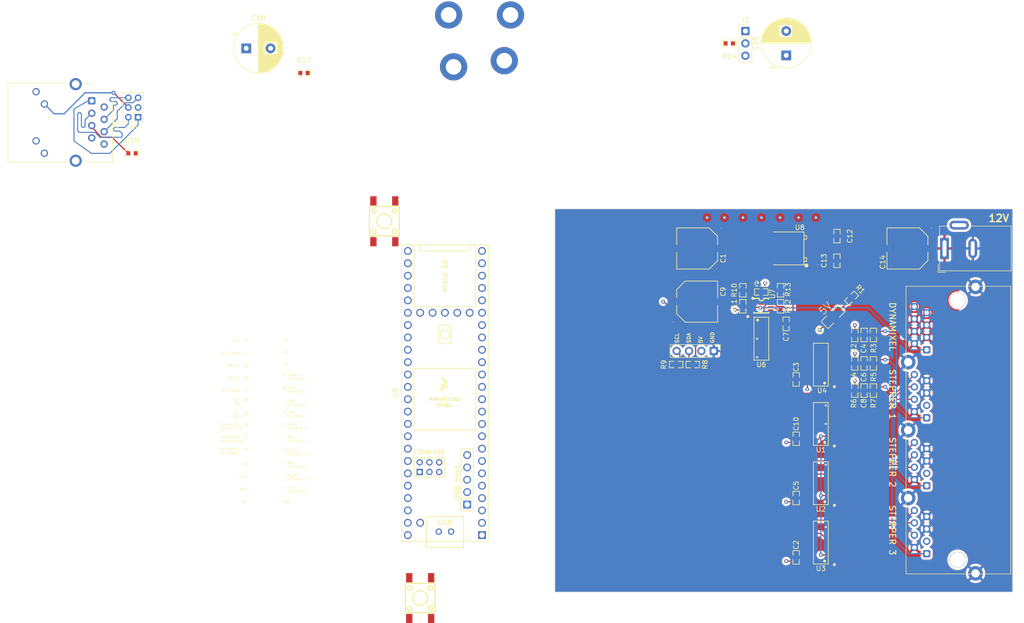
<source format=kicad_pcb>
(kicad_pcb (version 20221018) (generator pcbnew)
  (layers (0 "F.Cu" signal) (1 "In1.Cu" power "In1.Cu.GND") (2 "In2.Cu" power "In2.Cu.GND") (31 "B.Cu" signal) (34 "B.Paste" user) (35 "F.Paste" user) (36 "B.SilkS" user "B.Silkscreen") (37 "F.SilkS" user "F.Silkscreen") (38 "B.Mask" user) (39 "F.Mask" user) (44 "Edge.Cuts" user))
  (net 0 "")
  (net 1 "+5V")
  (net 2 "GND")
  (net 3 "+3.3V")
  (net 4 "Net-(D1-K)")
  (net 6 "/Stepper01/SIG")
  (net 7 "/Stepper01/ENA+")
  (net 8 "/Stepper01/DIR+")
  (net 9 "/STEPPER_01_PULSE")
  (net 10 "/Stepper01/PUL+")
  (net 11 "/STEPPER_01_DIR")
  (net 12 "/Stepper02/SIG")
  (net 13 "/Stepper02/ENA+")
  (net 14 "/TEENSY_STEPPER_ENABLE")
  (net 15 "/STEPPER_02_DIR")
  (net 16 "/Stepper02/DIR+")
  (net 17 "/STEPPER_02_PULSE")
  (net 18 "/Stepper02/PUL+")
  (net 19 "/Stepper03/SIG")
  (net 20 "/STEPPER_03_PULSE")
  (net 21 "/Stepper03/ENA+")
  (net 22 "/STEPPER_03_DIR")
  (net 23 "/Stepper03/DIR+")
  (net 24 "/Stepper03/PUL+")
  (net 25 "/STEPPER_01_END")
  (net 26 "/STEPPER_02_END")
  (net 27 "/STEPPER_03_END")
  (net 28 "/DYN_RX")
  (net 29 "Net-(C4-Pad1)")
  (net 30 "Net-(C6-Pad1)")
  (net 31 "Net-(C8-Pad1)")
  (net 32 "+12V")
  (net 33 "/DynamixelConnection/DYN_DATA")
  (net 34 "Net-(U6-1Y)")
  (net 35 "/DYN_TX")
  (net 36 "Net-(R12-Pad1)")
  (net 40 "/I2C_SCL")
  (net 41 "/I2C_SDA")
  (net 42 "Net-(U9-17_A3_TX4_SDA1)")
  (net 43 "Net-(U9-14_A0_TX3_SPDIF_OUT)")
  (net 44 "/DYN_DIRECTION")
  (net 57 "Net-(U6-2Y)")
  (net 86 "Net-(C19-Pad1)")
  (net 104 "Net-(J1-Pin_2)")
  (net 105 "/NEOPIXEL_SIG")
  (net 106 "/ETH_TX+")
  (net 107 "/ETH_TX-")
  (net 108 "/ETH_RX+")
  (net 109 "/ETH_RX-")
  (net 111 "Net-(J5-Pin_4)")
  (footprint "HangOn_Mainboard:R0603" (layer "F.Cu") (at 114.935 97.028 90)
    (fp_text reference "R2")
    (fp_text value "10k" hide)
  )
  (footprint "HangOn_Mainboard:SOIC-14_L8.7-W3.9-P1.27-LS6.0-BL" (layer "F.Cu") (at 107.95 127.508 90)
    (fp_text reference "U2")
    (fp_text value "SN74AHCT125N" hide)
  )
  (footprint "HangOn_Mainboard:SOIC-14_L8.7-W3.9-P1.27-LS6.0-BL" (layer "F.Cu") (at 107.95 103.124 90)
    (fp_text reference "U4")
    (fp_text value "74HC14" hide)
  )
  (footprint "HangOn_Mainboard:R0603" (layer "F.Cu") (at 114.935 108.458 90)
    (fp_text reference "R6")
    (fp_text value "10k" hide)
  )
  (footprint "HangOn_Mainboard:R0603" (layer "F.Cu") (at 99.670164 91.126951 90)
    (fp_text reference "R12")
    (fp_text value "1.8k")
  )
  (footprint "HangOn_Mainboard:KEY-SMD_4P-L6.1-W6.1-P4.50-LS9.0" (layer "F.Cu") (at 25.654 151.13 -90)
    (fp_text reference "SW1" hide)
    (fp_text value "SW_Push")
  )
  (footprint "HangOn_Mainboard:SOIC-14_L8.7-W3.9-P1.27-LS6.0-BL" (layer "F.Cu") (at 107.95 139.7 90)
    (fp_text reference "U3")
    (fp_text value "SN74AHCT125N" hide)
  )
  (footprint "HangOn_Mainboard:R0603" (layer "F.Cu") (at 78.223366 103.114)
    (fp_text reference "R9")
    (fp_text value "1k")
  )
  (footprint "HangOn_Mainboard:R0603" (layer "F.Cu") (at 91.923164 91.126951 90)
    (fp_text reference "R11")
    (fp_text value "10k")
  )
  (footprint "HangOn_Mainboard:R0603" (layer "F.Cu") (at 118.745 102.87 -90)
    (fp_text reference "R5")
    (fp_text value "1k" hide)
  )
  (footprint "MountingHole:MountingHole_3.2mm_M3_DIN965_Pad" (layer "F.Cu") (at 42.926 40.64)
    (fp_text reference "H3" hide)
    (fp_text value "MountingHole")
  )
  (footprint "Capacitor_THT:CP_Radial_D10.0mm_P5.00mm" (layer "F.Cu") (at 100.838 39.544 90)
    (fp_text reference "C15")
    (fp_text value "500uF 25V")
  )
  (footprint "HangOn_Mainboard:R0603" (layer "F.Cu") (at 81.635098 103.114 180)
    (fp_text reference "R8")
    (fp_text value "1k")
  )
  (footprint "MountingHole:MountingHole_3.2mm_M3_DIN965_Pad" (layer "F.Cu") (at 31.496 31.242)
    (fp_text reference "H1" hide)
    (fp_text value "MountingHole")
  )
  (footprint "HangOn_Mainboard:SOIC-14_L8.7-W3.9-P1.27-LS6.0-BL" (layer "F.Cu") (at 95.733164 97.79 -90)
    (fp_text reference "U6")
    (fp_text value "SN74AHCT125N")
  )
  (footprint "HangOn_Mainboard:LED1206-R-RD_WHITE" (layer "F.Cu") (at 110.449014 93.258987 45)
    (fp_text reference "D1")
    (fp_text value "LED")
  )
  (footprint "Connector_PinHeader_2.54mm:PinHeader_1x03_P2.54mm_Vertical" (layer "F.Cu") (at 92.456 34.544)
    (fp_text reference "J1")
    (fp_text value "Neopixel Conn.")
  )
  (footprint "HangOn_Mainboard:KEY-SMD_4P-L6.1-W6.1-P4.50-LS9.0" (layer "F.Cu") (at 18.288 73.66 -90)
    (fp_text reference "SW2" hide)
    (fp_text value "SW_Push")
  )
  (footprint "MountingHole:MountingHole_3.2mm_M3_DIN965_Pad" (layer "F.Cu") (at 32.512 41.91)
    (fp_text reference "H2" hide)
    (fp_text value "MountingHole")
  )
  (footprint "HangOn_Mainboard:R0603" (layer "F.Cu") (at 118.745 97.028 -90)
    (fp_text reference "R3")
    (fp_text value "1k" hide)
  )
  (footprint "Connector_PinHeader_2.54mm:PinHeader_1x04_P2.54mm_Vertical" (layer "F.Cu") (at 85.951732 100.32 -90)
    (fp_text reference "J_I2C1" hide)
    (fp_text value "Conn_01x04_Pin")
  )
  (footprint "teensy:Teensy41" (layer "F.Cu") (at 30.734 108.966 90)
    (fp_text reference "U9")
    (fp_text value "Teensy4.1")
  )
  (footprint "HangOn_Mainboard:CAP-SMD_BD8.0-L8.3-W8.3-LS9.9-FD" (layer "F.Cu") (at 82.55 79.248 180)
    (fp_text reference "C1")
    (fp_text value "220uF 35V")
  )
  (footprint "HangOn_Mainboard:R0603" (layer "F.Cu") (at 111.252 81.772 90)
    (fp_text reference "C13")
    (fp_text value "0.33uF 35V")
  )
  (footprint "HangOn_Mainboard:R0603" (layer "F.Cu") (at 91.923164 87.833585 -90)
    (fp_text reference "R10")
    (fp_text value "10k")
  )
  (footprint "HangOn_Mainboard:R0603" (layer "F.Cu") (at 1.786634 43.18)
    (fp_text reference "C17")
    (fp_text value "0.1uF 16V ")
  )
  (footprint "Connector_PinHeader_2.00mm:PinHeader_2x03_P2.00mm_Vertical" (layer "F.Cu") (at -32.29 52.26 180)
    (fp_text reference "J5")
    (fp_text value "Conn_01x06_Pin")
  )
  (footprint "HangOn_Mainboard:R0603" (layer "F.Cu") (at 116.84 108.458 90)
    (fp_text reference "C8")
    (fp_text value "0.1uF 16V" hide)
  )
  (footprint "Connector_BarrelJack:BarrelJack_Wuerth_6941xx301002" (layer "F.Cu") (at 133.35 79.248 90)
    (fp_text reference "J2" hide)
    (fp_text value "Barrel_Jack_Switch 12V")
  )
  (footprint "MountingHole:MountingHole_3.2mm_M3_DIN965_Pad" (layer "F.Cu") (at 44.196 31.242)
    (fp_text reference "H4" hide)
    (fp_text value "MountingHole")
  )
  (footprint "HangOn_Mainboard:R0603" (layer "F.Cu") (at 99.670164 87.833585 90)
    (fp_text reference "R13")
    (fp_text value "3.3k")
  )
  (footprint "HangOn_Mainboard:R0603" (layer "F.Cu") (at 100.813164 94.733366 90)
    (fp_text reference "C7")
    (fp_text value "0.1uF 16V ")
  )
  (footprint "HangOn_Mainboard:R0603" (layer "F.Cu") (at 89.145366 37.084 180)
    (fp_text reference "R14")
    (fp_text value "470")
  )
  (footprint "HangOn_Mainboard:CAP-SMD_BD8.0-L8.3-W8.3-LS9.9-FD" (layer "F.Cu") (at 125.73 79.248 180)
    (fp_text reference "C14")
    (fp_text value "220uF 35V")
  )
  (footprint "HangOn_Mainboard:R0603" (layer "F.Cu") (at 95.733164 88.205951)
    (fp_text reference "C11")
    (fp_text value "0.1uF 16V ")
  )
  (footprint "HangOn_Mainboard:CAP-SMD_BD8.0-L8.3-W8.3-LS9.9-FD" (layer "F.Cu") (at 82.55 90.17)
    (fp_text reference "C9")
    (fp_text value "220uF 35V")
  )
  (footprint "HangOn_Mainboard:R0603" (layer "F.Cu") (at 102.87 106.172 -90)
    (fp_text reference "C3")
    (fp_text value "0.1uF 16V ")
  )
  (footprint "HangOn_Mainboard:R0603" (layer "F.Cu") (at -33.536634 59.69)
    (fp_text reference "C19")
    (fp_text value "0.1uF 35V")
  )
  (footprint "HangOn_Mainboard:R0603" (layer "F.Cu") (at 116.84 102.87 90)
    (fp_text reference "C6")
    (fp_text value "0.1uF 16V" hide)
  )
  (footprint "clockdiv:RJ45_x4" (layer "F.Cu") (at 136.047 116.586 90)
    (fp_text reference "J4" hide)
    (fp_text value "RJ45 x4")
  )
  (footprint "HangOn_Mainboard:R0603" (layer "F.Cu") (at 116.84 97.028 90)
    (fp_text reference "C4")
    (fp_text value "0.1uF 16V" hide)
  )
  (footprint "HangOn_Mainboard:R0603" (layer "F.Cu") (at 111.252 76.708 -90)
    (fp_text reference "C12")
    (fp_text value "0.1uF 35V")
  )
  (footprint "HangOn_Mainboard:R0603" (layer "F.Cu") (at 102.87 118.364 -90)
    (fp_text reference "C10")
    (fp_text value "0.1uF 16V ")
  )
  (footprint "HangOn_Mainboard:SOIC-14_L8.7-W3.9-P1.27-LS6.0-BL" (layer "F.Cu") (at 107.95 115.316 90)
    (fp_text reference "U1")
    (fp_text value "SN74AHCT125N" hide)
  )
  (footprint "Connector_RJ:RJ45_Cetus_J1B1211CCD_Horizontal" (layer "F.Cu") (at -41.81 48.895 -90)
    (fp_text reference "J3")
    (fp_text value "RJ45_LED_Shielded")
  )
  (footprint "Capacitor_THT:CP_Radial_D10.0mm_P5.00mm" (layer "F.Cu") (at -10.08 38.1)
    (fp_text reference "C18")
    (fp_text value "500uF 25V")
  )
  (footprint "HangOn_Mainboard:R0603" (layer "F.Cu") (at 102.87 130.547366 -90)
    (fp_text reference "C5")
    (fp_text value "0.1uF 16V ")
  )
  (footprint "HangOn_Mainboard:R0603" (layer "F.Cu") (at 102.87 142.756634 -90)
    (fp_text reference "C2")
    (fp_text value "0.1uF 16V ")
  )
  (footprint "HangOn_Mainboard:TO-252-2_L6.5-W6.1-P4.58-LS10.0-TL" (layer "F.Cu") (at 103.124 79.248 180)
    (fp_text reference "U8")
    (fp_text value "LM7805_TO220")
  )
  (footprint "HangOn_Mainboard:R0603" (layer "F.Cu") (at 118.745 108.458 -90)
    (fp_text reference "R7")
    (fp_text value "1k" hide)
  )
  (footprint "HangOn_Mainboard:SSOP-8_L3.0-W2.8-P0.65-LS4.0-BL" (layer "F.Cu") (at 95.733164 90.999951 -90)
    (fp_text reference "U7")
    (fp_text value "74LVC2G241")
  )
  (footprint "HangOn_Mainboard:R0603" (layer "F.Cu") (at 114.935 102.87 90)
    (fp_text reference "R4")
    (fp_text value "10k" hide)
  )
  (footprint "HangOn_Mainboard:R0603" (layer "F.Cu") (at 114.259014 89.448987 45)
    (fp_text reference "R1")
    (fp_text value "470")
  )
  (gr_rect (start 53.34 71.12) (end 147.32 149.86) (stroke (width 0.1)) (fill none) (layer "Edge.Cuts"))
  (gr_text "BUTTON A  14" (at -15.24 101.092) (layer "F.SilkS") (effects (font (size 0.5 0.5) (thickness 0.0625)) (justify left bottom)))
  (gr_text "GND" (at -2.54 131.572) (layer "F.SilkS") (effects (font (size 0.5 0.5) (thickness 0.0625)) (justify left bottom)))
  (gr_text "I2C  18\nSDA" (at -12.7 111.506) (layer "F.SilkS") (effects (font (size 0.5 0.5) (thickness 0.0625)) (justify left bottom)))
  (gr_text "23" (at -10.668 123.952) (layer "F.SilkS") (effects (font (size 0.5 0.5) (thickness 0.0625)) (justify left bottom)))
  (gr_text "POTI B  16" (at -13.97 106.172) (layer "F.SilkS") (effects (font (size 0.5 0.5) (thickness 0.0625)) (justify left bottom)))
  (gr_text "DYNAMIXEL  21\nSERIAL 5 RX" (at -15.494 119.126) (layer "F.SilkS") (effects (font (size 0.5 0.5) (thickness 0.0625)) (justify left bottom)))
  (gr_text "BUTTON B  17" (at -15.24 108.712) (layer "F.SilkS") (effects (font (size 0.5 0.5) (thickness 0.0625)) (justify left bottom)))
  (gr_text "0 DIR \n  STEPPER 3" (at -2.54 129.54) (layer "F.SilkS") (effects (font (size 0.5 0.5) (thickness 0.0625)) (justify left bottom)))
  (gr_text "3 PULSE \n  STEPPER 2" (at -2.54 121.92) (layer "F.SilkS") (effects (font (size 0.5 0.5) (thickness 0.0625)) (justify left bottom)))
  (gr_text "12V" (at 142.24 73.914) (layer "F.SilkS") (effects (font (size 1.5 1.5) (thickness 0.3) bold) (justify left bottom)))
  (gr_text "4 DIR \n  STEPPER 1" (at -2.54 119.126) (layer "F.SilkS") (effects (font (size 0.5 0.5) (thickness 0.0625)) (justify left bottom)))
  (gr_text "STEPPER 3" (at 121.92 137.16 270) (layer "F.SilkS") (effects (font (size 1.25 1.25) (thickness 0.2)) (justify bottom)))
  (gr_text "5 PULSE \n  STEPPER 1" (at -2.54 116.586) (layer "F.SilkS") (effects (font (size 0.5 0.5) (thickness 0.0625)) (justify left bottom)))
  (gr_text "11" (at -2.54 100.838) (layer "F.SilkS") (effects (font (size 0.5 0.5) (thickness 0.0625)) (justify left bottom)))
  (gr_text "5V" (at -10.922 131.572) (layer "F.SilkS") (effects (font (size 0.5 0.5) (thickness 0.0625)) (justify left bottom)))
  (gr_text "2 DIR \n  STEPPER 2" (at -2.54 124.46) (layer "F.SilkS") (effects (font (size 0.5 0.5) (thickness 0.0625)) (justify left bottom)))
  (gr_text "12" (at -2.54 98.298) (layer "F.SilkS") (effects (font (size 0.5 0.5) (thickness 0.0625)) (justify left bottom)))
  (gr_text "8 END \n  STEPPER 1" (at -2.54 108.966) (layer "F.SilkS") (effects (font (size 0.5 0.5) (thickness 0.0625)) (justify left bottom)))
  (gr_text "3.3V" (at -11.684 126.492) (layer "F.SilkS") (effects (font (size 0.5 0.5) (thickness 0.0625)) (justify left bottom)))
  (gr_text "1 PULSE \n  STEPPER 3" (at -2.54 127) (layer "F.SilkS") (effects (font (size 0.5 0.5) (thickness 0.0625)) (justify left bottom)))
  (gr_text "STEPPER 2" (at 121.92 123.19 270) (layer "F.SilkS") (effects (font (size 1.25 1.25) (thickness 0.2)) (justify bottom)))
  (gr_text "I2C  19\nSCK" (at -12.7 114.3) (layer "F.SilkS") (effects (font (size 0.5 0.5) (thickness 0.0625)) (justify left bottom)))
  (gr_text "9 ENABLE \n  STEPPERS" (at -2.54 106.426) (layer "F.SilkS") (effects (font (size 0.5 0.5) (thickness 0.0625)) (justify left bottom)))
  (gr_text "5V" (at 108.458 93.218 45) (layer "F.SilkS") (effects (font (size 1.5 1.5) (thickness 0.15) bold) (justify left bottom)))
  (gr_text "LED  13" (at -12.954 98.552) (layer "F.SilkS") (effects (font (size 0.5 0.5) (thickness 0.0625)) (justify left bottom)))
  (gr_text "7 END \n  STEPPER 2" (at -2.54 111.76) (layer "F.SilkS") (effects (font (size 0.5 0.5) (thickness 0.0625)) (justify left bottom)))
  (gr_text "SCL\n\nSDA\n\n5V\n\nGND" (at 86.106 98.806 90) (layer "F.SilkS") (effects (font (size 0.75 0.75) (thickness 0.15) bold) (justify left bottom)))
  (gr_text "6 END \n  STEPPER 3" (at -2.54 114.046) (layer "F.SilkS") (effects (font (size 0.5 0.5) (thickness 0.0625)) (justify left bottom)))
  (gr_text "GND" (at -11.43 129.032) (layer "F.SilkS") (effects (font (size 0.5 0.5) (thickness 0.0625)) (justify left bottom)))
  (gr_text "10" (at -2.54 103.378) (layer "F.SilkS") (effects (font (size 0.5 0.5) (thickness 0.0625)) (justify left bottom)))
  (gr_text "DYNAMIXEL" (at 121.92 90.17 270) (layer "F.SilkS") (effects (font (size 1.25 1.25) (thickness 0.2)) (justify left bottom)))
  (gr_text "POTI A  15" (at -13.97 103.632) (layer "F.SilkS") (effects (font (size 0.5 0.5) (thickness 0.0625)) (justify left bottom)))
  (gr_text "STEPPER 1" (at 121.92 109.22 270) (layer "F.SilkS") (effects (font (size 1.25 1.25) (thickness 0.2)) (justify bottom)))
  (gr_text "DYNAMIXEL  20\nSERIAL 5 TX" (at -15.494 116.586) (layer "F.SilkS") (effects (font (size 0.5 0.5) (thickness 0.0625)) (justify left bottom)))
  (gr_text "DYNAMIXEL  22\nTX ENABLE" (at -15.494 121.666) (layer "F.SilkS") (effects (font (size 0.5 0.5) (thickness 0.0625)) (justify left bottom)))
  (segment (start 100.296079 91.152079) (end 100.813164 91.669164) (width 0.25) (layer "F.Cu") (net 1))
  (segment (start 100.855268 131.300732) (end 100.838 131.318) (width 0.25) (layer "F.Cu") (net 1))
  (segment (start 97.633164 89.352585) (end 96.48653 88.205951) (width 0.25) (layer "F.Cu") (net 1))
  (segment (start 102.87 143.51) (end 100.838 143.51) (width 0.25) (layer "F.Cu") (net 1))
  (segment (start 100.846634 119.117366) (end 100.838 119.126) (width 0.25) (layer "F.Cu") (net 1))
  (segment (start 100.813164 91.669164) (end 100.813164 93.98) (width 0.25) (layer "F.Cu") (net 1))
  (segment (start 111.252 75.708) (end 108.059811 75.708) (width 0.75) (layer "F.Cu") (net 1))
  (segment (start 105.180929 143.51) (end 105.180937 143.510008) (width 0.25) (layer "F.Cu") (net 1))
  (segment (start 98.433164 90.02497) (end 98.552 90.143806) (width 0.25) (layer "F.Cu") (net 1))
  (segment (start 100.813164 93.98) (end 98.502235 93.98) (width 0.25) (layer "F.Cu") (net 1))
  (segment (start 102.87 143.51) (end 105.180929 143.51) (width 0.25) (layer "F.Cu") (net 1))
  (segment (start 102.87 119.117366) (end 100.846634 119.117366) (width 0.25) (layer "F.Cu") (net 1))
  (segment (start 97.633164 90.02497) (end 98.433164 90.02497) (width 0.25) (layer "F.Cu") (net 1))
  (segment (start 98.502235 93.98) (end 98.502227 93.979992) (width 0.25) (layer "F.Cu") (net 1))
  (segment (start 108.059811 75.708) (end 107.059816 76.707995) (width 0.75) (layer "F.Cu") (net 1))
  (segment (start 96.48653 88.205951) (end 96.48653 86.39347) (width 0.25) (layer "F.Cu") (net 1))
  (segment (start 98.552 90.740663) (end 98.963416 91.152079) (width 0.25) (layer "F.Cu") (net 1))
  (segment (start 96.48653 86.39347) (end 96.52 86.36) (width 0.25) (layer "F.Cu") (net 1))
  (segment (start 102.887276 131.318008) (end 102.87 131.300732) (width 0.25) (layer "F.Cu") (net 1))
  (segment (start 105.180937 119.126008) (end 102.878642 119.126008) (width 0.25) (layer "F.Cu") (net 1))
  (segment (start 105.180937 131.318008) (end 102.887276 131.318008) (width 0.25) (layer "F.Cu") (net 1))
  (segment (start 102.87 131.300732) (end 100.855268 131.300732) (width 0.25) (layer "F.Cu") (net 1))
  (segment (start 98.552 90.143806) (end 98.552 90.740663) (width 0.25) (layer "F.Cu") (net 1))
  (segment (start 109.393688 94.314313) (end 107.696 96.012) (width 0.25) (layer "F.Cu") (net 1))
  (segment (start 91.923164 91.880317) (end 90.356317 91.880317) (width 0.25) (layer "F.Cu") (net 1))
  (segment (start 102.878642 119.126008) (end 102.87 119.117366) (width 0.25) (layer "F.Cu") (net 1))
  (segment (start 97.633164 90.02497) (end 97.633164 89.352585) (width 0.25) (layer "F.Cu") (net 1))
  (segment (start 98.963416 91.152079) (end 100.296079 91.152079) (width 0.25) (layer "F.Cu") (net 1))
  (via (at 96.52 86.36) (size 0.8) (drill 0.4) (layers "F.Cu" "B.Cu") (net 1))
  (via (at 91.948 72.898) (size 0.8) (drill 0.4) (layers "F.Cu" "B.Cu") (net 1))
  (via (at 88.138 72.898) (size 0.8) (drill 0.4) (layers "F.Cu" "B.Cu") (net 1))
  (via (at 100.838 143.51) (size 0.8) (drill 0.4) (layers "F.Cu" "B.Cu") (net 1))
  (via (at 100.838 119.126) (size 0.8) (drill 0.4) (layers "F.Cu" "B.Cu") (net 1))
  (via (at 95.758 72.898) (size 0.8) (drill 0.4) (layers "F.Cu" "B.Cu") (net 1))
  (via (at 84.582 72.898) (size 0.8) (drill 0.4) (layers "F.Cu" "B.Cu") (net 1))
  (via (at 100.838 131.318) (size 0.8) (drill 0.4) (layers "F.Cu" "B.Cu") (net 1))
  (via (at 106.934 72.898) (size 0.8) (drill 0.4) (layers "F.Cu" "B.Cu") (net 1))
  (via (at 99.568 72.898) (size 0.8) (drill 0.4) (layers "F.Cu" "B.Cu") (net 1))
  (via (at 103.378 72.898) (size 0.8) (drill 0.4) (layers "F.Cu" "B.Cu") (net 1))
  (via (at 90.297 91.821) (size 0.8) (drill 0.4) (layers "F.Cu" "B.Cu") (net 1))
  (via (at 107.696 96.012) (size 0.8) (drill 0.4) (layers "F.Cu" "B.Cu") (net 1))
  (segment (start 100.576427 95.249995) (end 100.813164 95.486732) (width 0.25) (layer "F.Cu") (net 2))
  (segment (start 104.448933 138.429997) (end 102.87 140.00893) (width 0.25) (layer "F.Cu") (net 2))
  (segment (start 103.106737 142.240005) (end 102.87 142.003268) (width 0.25) (layer "F.Cu") (net 2))
  (segment (start 105.180937 138.429997) (end 106.425997 138.429997) (width 0.25) (layer "F.Cu") (net 2))
  (segment (start 103.124 130.048) (end 103.632 130.048) (width 0.25) (layer "F.Cu") (net 2))
  (segment (start 106.552997 126.237997) (end 107.823 127.508) (width 0.25) (layer "F.Cu") (net 2))
  (segment (start 109.474 79.248) (end 98.378892 79.248) (width 1.5) (layer "F.Cu") (net 2))
  (segment (start 105.180937 114.045997) (end 104.448933 114.045997) (width 0.25) (layer "F.Cu") (net 2))
  (segment (start 105.180937 126.237997) (end 106.552997 126.237997) (width 0.25) (layer "F.Cu") (net 2))
  (segment (start 102.87 129.794) (end 103.124 130.048) (width 0.25) (layer "F.Cu") (net 2))
  (segment (start 107.696 139.7) (end 110.719164 139.7) (width 0.25) (layer "F.Cu") (net 2))
  (segment (start 103.632 130.048) (end 103.632005 130.048005) (width 0.25) (layer "F.Cu") (net 2))
  (segment (start 104.448933 126.237997) (end 102.87 127.81693) (width 0.25) (layer "F.Cu") (net 2))
  (segment (start 103.115371 117.856005) (end 102.87 117.610634) (width 0.25) (layer "F.Cu") (net 2))
  (segment (start 103.632005 130.048005) (end 105.180937 130.048005) (width 0.25) (layer "F.Cu") (net 2))
  (segment (start 105.180937 126.237997) (end 104.448933 126.237997) (width 0.25) (layer "F.Cu") (net 2))
  (segment (start 107.823 127.508) (end 110.719164 127.508) (width 0.25) (layer "F.Cu") (net 2))
  (segment (start 105.180937 142.240005) (end 103.106737 142.240005) (width 0.25) (layer "F.Cu") (net 2))
  (segment (start 103.124005 130.048005) (end 102.87 129.794) (width 0.25) (layer "F.Cu") (net 2))
  (segment (start 105.180937 138.429997) (end 104.448933 138.429997) (width 0.25) (layer "F.Cu") (net 2))
  (segment (start 102.87 140.00893) (end 102.87 142.003268) (width 0.25) (layer "F.Cu") (net 2))
  (segment (start 102.87 127.81693) (end 102.87 129.794) (width 0.25) (layer "F.Cu") (net 2))
  (segment (start 106.425997 138.429997) (end 107.696 139.7) (width 0.25) (layer "F.Cu") (net 2))
  (via (at 108.966 111.506) (size 0.8) (drill 0.4) (layers "F.Cu" "B.Cu") (net 2))
  (via (at 94.996 86.36) (size 0.8) (drill 0.4) (layers "F.Cu" "B.Cu") (net 2))
  (via (at 108.966 136.525) (size 0.8) (drill 0.4) (layers "F.Cu" "B.Cu") (net 2))
  (via (at 94.869 97.79) (size 0.8) (drill 0.4) (layers "F.Cu" "B.Cu") (net 2))
  (via (at 94.869 101.6) (size 0.8) (drill 0.4) (layers "F.Cu" "B.Cu") (net 2))
  (via (at 108.966 123.698) (size 0.8) (drill 0.4) (layers "F.Cu" "B.Cu") (net 2))
  (via (at 108.966 115.316) (size 0.8) (drill 0.4) (layers "F.Cu" "B.Cu") (net 2))
  (segment (start 114.935 107.704634) (end 114.935 106.426) (width 0.25) (layer "F.Cu") (net 3))
  (segment (start 76.2 91.948) (end 76.2 101.844) (width 0.25) (layer "F.Cu") (net 3))
  (segment (start 114.935 102.116634) (end 114.935 100.838) (width 0.25) (layer "F.Cu") (net 3))
  (segment (start 105.180937 108.052063) (end 105.156 108.204) (width 0.25) (layer "F.Cu") (net 3))
  (segment (start 114.935 96.274634) (end 114.935 94.996) (width 0.25) (layer "F.Cu") (net 3))
  (segment (start 76.2 92.964) (end 82.236732 99.000732) (width 0.25) (layer "F.Cu") (net 3))
  (segment (start 105.180937 106.934008) (end 102.878642 106.934008) (width 0.25) (layer "F.Cu") (net 3))
  (segment (start 82.236732 102.962268) (end 82.388464 103.114) (width 0.25) (layer "F.Cu") (net 3))
  (segment (start 76.2 91.948) (end 76.2 92.964) (width 0.25) (layer "F.Cu") (net 3))
  (segment (start 77.156732 102.800732) (end 77.47 103.114) (width 0.25) (layer "F.Cu") (net 3))
  (segment (start 102.878642 106.934008) (end 102.87 106.925366) (width 0.25) (layer "F.Cu") (net 3))
  (segment (start 76.2 91.948) (end 76.2 90.678) (width 0.25) (layer "F.Cu") (net 3))
  (segment (start 105.156 108.204) (end 105.156 108.077) (width 0.25) (layer "F.Cu") (net 3))
  (segment (start 76.2 90.678) (end 75.692 90.17) (width 0.25) (layer "F.Cu") (net 3))
  (segment (start 76.2 101.844) (end 77.47 103.114) (width 0.25) (layer "F.Cu") (net 3))
  (segment (start 105.180937 106.934008) (end 105.180937 108.052063) (width 0.25) (layer "F.Cu") (net 3))
  (segment (start 82.236732 99.000732) (end 82.236732 102.962268) (width 0.25) (layer "F.Cu") (net 3))
  (via (at 114.935 106.426) (size 0.8) (drill 0.4) (layers "F.Cu" "B.Cu") (net 3))
  (via (at 105.156 108.204) (size 0.8) (drill 0.4) (layers "F.Cu" "B.Cu") (net 3))
  (via (at 114.935 100.838) (size 0.8) (drill 0.4) (layers "F.Cu" "B.Cu") (net 3))
  (via (at 75.565 90.17) (size 0.8) (drill 0.4) (layers "F.Cu" "B.Cu") (net 3))
  (via (at 114.935 94.996) (size 0.8) (drill 0.4) (layers "F.Cu" "B.Cu") (net 3))
  (segment (start 111.504412 92.203589) (end 113.726304 89.981697) (width 0.25) (layer "F.Cu") (net 4))
  (segment (start 121.158 96.266) (end 118.824432 96.266) (width 0.25) (layer "F.Cu") (net 6))
  (segment (start 118.824432 96.266) (end 118.807164 96.283268) (width 0.25) (layer "F.Cu") (net 6))
  (via (at 121.158 96.266) (size 0.8) (drill 0.4) (layers "F.Cu" "B.Cu") (net 6))
  (segment (start 129.697 114.046) (end 125.984 114.046) (width 0.25) (layer "B.Cu") (net 6))
  (segment (start 123.485 111.547) (end 123.485 97.831) (width 0.25) (layer "B.Cu") (net 6))
  (segment (start 121.92 96.266) (end 121.158 96.266) (width 0.25) (layer "B.Cu") (net 6))
  (segment (start 125.984 114.046) (end 123.485 111.547) (width 0.25) (layer "B.Cu") (net 6))
  (segment (start 123.485 97.831) (end 121.92 96.266) (width 0.25) (layer "B.Cu") (net 6))
  (segment (start 127.157 110.246) (end 124.206 110.246) (width 0.25) (layer "F.Cu") (net 7))
  (segment (start 115.93066 111.702) (end 111.046657 116.586003) (width 0.25) (layer "F.Cu") (net 7))
  (segment (start 111.046657 116.586003) (end 110.719164 116.586003) (width 0.25) (layer "F.Cu") (net 7))
  (segment (start 123.445396 110.237396) (end 124.197396 110.237396) (width 0.25) (layer "F.Cu") (net 7))
  (segment (start 124.197396 110.237396) (end 124.206 110.246) (width 0.25) (layer "F.Cu") (net 7))
  (segment (start 121.980792 111.702) (end 115.93066 111.702) (width 0.25) (layer "F.Cu") (net 7))
  (segment (start 123.445396 110.237396) (end 121.980792 111.702) (width 0.25) (layer "F.Cu") (net 7))
  (segment (start 125.340396 107.706) (end 121.794396 111.252) (width 0.25) (layer "F.Cu") (net 8))
  (segment (start 121.794396 111.252) (end 113.03 111.252) (width 0.25) (layer "F.Cu") (net 8))
  (segment (start 127.157 107.706) (end 125.340396 107.706) (width 0.25) (layer "F.Cu") (net 8))
  (segment (start 113.03 111.252) (end 111.506005 112.775995) (width 0.25) (layer "F.Cu") (net 8))
  (segment (start 111.506005 112.775995) (end 110.719164 112.775995) (width 0.25) (layer "F.Cu") (net 8))
  (segment (start 101.981005 112.775995) (end 105.180937 112.775995) (width 0.25) (layer "F.Cu") (net 9))
  (segment (start 93.335 124.13) (end 97.155 120.31) (width 0.25) (layer "F.Cu") (net 9))
  (segment (start 97.155 120.31) (end 97.155 117.602) (width 0.25) (layer "F.Cu") (net 9))
  (segment (start 97.155 117.602) (end 101.981005 112.775995) (width 0.25) (layer "F.Cu") (net 9))
  (segment (start 105.942929 110.744) (end 121.579 110.744) (width 0.25) (layer "F.Cu") (net 10))
  (segment (start 121.579 110.744) (end 127.157 105.166) (width 0.25) (layer "F.Cu") (net 10))
  (segment (start 105.180937 111.505992) (end 105.942929 110.744) (width 0.25) (layer "F.Cu") (net 10))
  (segment (start 108.077003 114.045997) (end 108.077 114.046) (width 0.25) (layer "F.Cu") (net 11))
  (segment (start 107.41899 113.38799) (end 102.005406 113.38799) (width 0.25) (layer "F.Cu") (net 11))
  (segment (start 102.005406 113.38799) (end 97.605 117.788396) (width 0.25) (layer "F.Cu") (net 11))
  (segment (start 108.077 114.046) (end 107.41899 113.38799) (width 0.25) (layer "F.Cu") (net 11))
  (segment (start 97.605 117.788396) (end 97.605 122.4) (width 0.25) (layer "F.Cu") (net 11))
  (segment (start 110.719164 114.045997) (end 108.077003 114.045997) (width 0.25) (layer "F.Cu") (net 11))
  (segment (start 97.605 122.4) (end 93.335 126.67) (width 0.25) (layer "F.Cu") (net 11))
  (segment (start 118.82203 102.108) (end 118.807164 102.093134) (width 0.25) (layer "F.Cu") (net 12))
  (segment (start 120.889134 102.093134) (end 120.904 102.108) (width 0.25) (layer "F.Cu") (net 12))
  (segment (start 121.158 102.108) (end 118.82203 102.108) (width 0.25) (layer "F.Cu") (net 12))
  (via (at 121.158 102.108) (size 0.8) (drill 0.4) (layers "F.Cu" "B.Cu") (net 12))
  (segment (start 121.92 102.108) (end 121.158 102.108) (width 0.25) (layer "B.Cu") (net 12))
  (segment (start 123.035 125.175) (end 123.035 103.223) (width 0.25) (layer "B.Cu") (net 12))
  (segment (start 129.697 128.016) (end 125.876 128.016) (width 0.25) (layer "B.Cu") (net 12))
  (segment (start 125.876 128.016) (end 123.035 125.175) (width 0.25) (layer "B.Cu") (net 12))
  (segment (start 123.035 103.223) (end 121.92 102.108) (width 0.25) (layer "B.Cu") (net 12))
  (segment (start 121.158 102.108) (end 120.904 102.108) (width 0.25) (layer "B.Cu") (net 12))
  (segment (start 116.39317 123.836) (end 125.604 123.836) (width 0.25) (layer "F.Cu") (net 13))
  (segment (start 111.451168 128.778003) (end 116.39317 123.836) (width 0.25) (layer "F.Cu") (net 13))
  (segment (start 110.719164 128.778003) (end 111.451168 128.778003) (width 0.25) (layer "F.Cu") (net 13))
  (segment (start 125.984 124.216) (end 127.157 124.216) (width 0.25) (layer "F.Cu") (net 13))
  (segment (start 125.604 123.836) (end 125.984 124.216) (width 0.25) (layer "F.Cu") (net 13))
  (segment (start 110.719164 142.240005) (end 107.950005 142.240005) (width 0.25) (layer "F.Cu") (net 14))
  (segment (start 110.719164 117.856005) (end 107.95 117.856) (width 0.25) (layer "F.Cu") (net 14))
  (segment (start 107.95 117.856) (end 107.950005 117.856005) (width 0.25) (layer "F.Cu") (net 14))
  (segment (start 110.719164 130.048005) (end 107.95 130.048) (width 0.25) (layer "F.Cu") (net 14))
  (segment (start 92.869009 127.795) (end 92.075 127.000991) (width 0.25) (layer "F.Cu") (net 14))
  (segment (start 107.950005 142.240005) (end 107.95 142.24) (width 0.25) (layer "F.Cu") (net 14))
  (segment (start 92.075 127.000991) (end 92.075 115.23) (width 0.25) (layer "F.Cu") (net 14))
  (segment (start 107.95 117.856) (end 107.95 117.954441) (width 0.25) (layer "F.Cu") (net 14))
  (segment (start 98.109441 127.795) (end 92.869009 127.795) (width 0.25) (layer "F.Cu") (net 14))
  (segment (start 107.95 130.048) (end 107.950005 130.048005) (width 0.25) (layer "F.Cu") (net 14))
  (segment (start 92.075 115.23) (end 93.335 113.97) (width 0.25) (layer "F.Cu") (net 14))
  (segment (start 107.95 117.954441) (end 98.109441 127.795) (width 0.25) (layer "F.Cu") (net 14))
  (via (at 107.95 130.048) (size 0.8) (drill 0.4) (layers "F.Cu" "B.Cu") (net 14))
  (via (at 107.95 142.24) (size 0.8) (drill 0.4) (layers "F.Cu" "B.Cu") (net 14))
  (via (at 107.95 117.856) (size 0.8) (drill 0.4) (layers "F.Cu" "B.Cu") (net 14))
  (segment (start 107.95 142.24) (end 107.95 117.856) (width 0.25) (layer "B.Cu") (net 14))
  (segment (start 95.834 131.75) (end 93.335 131.75) (width 0.25) (layer "F.Cu") (net 15))
  (segment (start 101.957998 125.626002) (end 95.834 131.75) (width 0.25) (layer "F.Cu") (net 15))
  (segment (start 110.719164 126.237997) (end 110.107169 125.626002) (width 0.25) (layer "F.Cu") (net 15))
  (segment (start 110.107169 125.626002) (end 101.957998 125.626002) (width 0.25) (layer "F.Cu") (net 15))
  (segment (start 113.849996 123.386) (end 125.447 123.386) (width 0.25) (layer "F.Cu") (net 16))
  (segment (start 110.719164 124.967995) (end 112.268 124.967995) (width 0.25) (layer "F.Cu") (net 16))
  (segment (start 112.268 124.967995) (end 113.849996 123.386) (width 0.25) (layer "F.Cu") (net 16))
  (segment (start 125.447 123.386) (end 127.157 121.676) (width 0.25) (layer "F.Cu") (net 16))
  (segment (start 105.180937 124.967995) (end 101.854005 124.967995) (width 0.25) (layer "F.Cu") (net 17))
  (segment (start 101.854005 124.967995) (end 97.612 129.21) (width 0.25) (layer "F.Cu") (net 17))
  (segment (start 97.612 129.21) (end 93.335 129.21) (width 0.25) (layer "F.Cu") (net 17))
  (segment (start 123.357 122.936) (end 127.157 119.136) (width 0.25) (layer "F.Cu") (net 18))
  (segment (start 105.180937 123.697992) (end 105.942929 122.936) (width 0.25) (layer "F.Cu") (net 18))
  (segment (start 105.942929 122.936) (end 123.357 122.936) (width 0.25) (layer "F.Cu") (net 18))
  (segment (start 121.158 107.696) (end 120.904 107.713268) (width 0.25) (layer "F.Cu") (net 19))
  (segment (start 121.158 107.696) (end 118.762268 107.696) (width 0.25) (layer "F.Cu") (net 19))
  (segment (start 118.762268 107.696) (end 118.745 107.713268) (width 0.25) (layer "F.Cu") (net 19))
  (segment (start 120.904 107.713268) (end 120.886732 107.713268) (width 0.25) (layer "F.Cu") (net 19))
  (via (at 121.158 107.696) (size 0.8) (drill 0.4) (layers "F.Cu" "B.Cu") (net 19))
  (segment (start 122.585 138.587) (end 122.585 109.123) (width 0.25) (layer "B.Cu") (net 19))
  (segment (start 122.585 109.123) (end 121.158 107.696) (width 0.25) (layer "B.Cu") (net 19))
  (segment (start 129.697 141.986) (end 125.984 141.986) (width 0.25) (layer "B.Cu") (net 19))
  (segment (start 125.984 141.986) (end 122.585 138.587) (width 0.25) (layer "B.Cu") (net 19))
  (segment (start 96.204995 137.159995) (end 93.335 134.29) (width 0.25) (layer "F.Cu") (net 20))
  (segment (start 105.180937 137.159995) (end 96.204995 137.159995) (width 0.25) (layer "F.Cu") (net 20))
  (segment (start 116.27717 136.144) (end 125.115 136.144) (width 0.25) (layer "F.Cu") (net 21))
  (segment (start 125.115 136.144) (end 127.157 138.186) (width 0.25) (layer "F.Cu") (net 21))
  (segment (start 110.719164 140.970003) (end 111.451168 140.970003) (width 0.25) (layer "F.Cu") (net 21))
  (segment (start 111.451168 140.970003) (end 116.27717 136.144) (width 0.25) (layer "F.Cu") (net 21))
  (segment (start 94.323002 137.818002) (end 93.335 136.83) (width 0.25) (layer "F.Cu") (net 22))
  (segment (start 110.719164 138.429997) (end 108.561995 138.429997) (width 0.25) (layer "F.Cu") (net 22))
  (segment (start 107.95 137.818002) (end 94.323002 137.818002) (width 0.25) (layer "F.Cu") (net 22))
  (segment (start 108.561995 138.429997) (end 107.95 137.818002) (width 0.25) (layer "F.Cu") (net 22))
  (segment (start 112.210005 137.159995) (end 113.724 135.646) (width 0.25) (layer "F.Cu") (net 23))
  (segment (start 127.157 135.646) (end 113.724 135.646) (width 0.25) (layer "F.Cu") (net 23))
  (segment (start 110.719164 137.159995) (end 112.210005 137.159995) (width 0.25) (layer "F.Cu") (net 23))
  (segment (start 105.942929 135.128) (end 125.135 135.128) (width 0.25) (layer "F.Cu") (net 24))
  (segment (start 125.135 135.128) (end 127.157 133.106) (width 0.25) (layer "F.Cu") (net 24))
  (segment (start 105.180937 135.889992) (end 105.942929 135.128) (width 0.25) (layer "F.Cu") (net 24))
  (segment (start 105.606 109.024) (end 106.738 107.892) (width 0.25) (layer "F.Cu") (net 25))
  (segment (start 102.937604 109.024) (end 105.606 109.024) (width 0.25) (layer "F.Cu") (net 25))
  (segment (start 95.451604 116.51) (end 102.937604 109.024) (width 0.25) (layer "F.Cu") (net 25))
  (segment (start 107.063578 104.777578) (end 107.063578 104.772422) (width 0.25) (layer "F.Cu") (net 25))
  (segment (start 108.712 101.859155) (end 109.98716 100.583995) (width 0.25) (layer "F.Cu") (net 25))
  (segment (start 108.712 103.124) (end 108.712 101.859155) (width 0.25) (layer "F.Cu") (net 25))
  (segment (start 109.98716 100.583995) (end 110.719164 100.583995) (width 0.25) (layer "F.Cu") (net 25))
  (segment (start 93.335 116.51) (end 95.451604 116.51) (width 0.25) (layer "F.Cu") (net 25))
  (segment (start 106.738 105.103156) (end 107.063578 104.777578) (width 0.25) (layer "F.Cu") (net 25))
  (segment (start 106.738 107.892) (end 106.738 105.103156) (width 0.25) (layer "F.Cu") (net 25))
  (segment (start 107.063578 104.772422) (end 108.712 103.124) (width 0.25) (layer "F.Cu") (net 25))
  (segment (start 105.792396 109.474) (end 107.188 108.078396) (width 0.25) (layer "F.Cu") (net 26))
  (segment (start 103.124 109.474) (end 105.792396 109.474) (width 0.25) (layer "F.Cu") (net 26))
  (segment (start 93.548 119.05) (end 103.124 109.474) (width 0.25) (layer "F.Cu") (net 26))
  (segment (start 107.188 105.289553) (end 109.353553 103.124) (width 0.25) (layer "F.Cu") (net 26))
  (segment (start 93.335 119.05) (end 93.548 119.05) (width 0.25) (layer "F.Cu") (net 26))
  (segment (start 107.188 108.078396) (end 107.188 105.289553) (width 0.25) (layer "F.Cu") (net 26))
  (segment (start 109.353553 103.124) (end 110.719164 103.124) (width 0.25) (layer "F.Cu") (net 26))
  (segment (start 95.504 119.421) (end 93.335 121.59) (width 0.25) (layer "F.Cu") (net 27))
  (segment (start 107.638 106.484) (end 107.638 108.264792) (width 0.25) (layer "F.Cu") (net 27))
  (segment (start 95.568198 117.666198) (end 95.504 117.730396) (width 0.25) (layer "F.Cu") (net 27))
  (segment (start 95.568198 117.666198) (end 103.310396 109.924) (width 0.25) (layer "F.Cu") (net 27))
  (segment (start 110.719164 105.664005) (end 108.457995 105.664005) (width 0.25) (layer "F.Cu") (net 27))
  (segment (start 95.504 117.730396) (end 95.504 119.421) (width 0.25) (layer "F.Cu") (net 27))
  (segment (start 103.310396 109.924) (end 105.978792 109.924) (width 0.25) (layer "F.Cu") (net 27))
  (segment (start 105.978792 109.924) (end 107.638 108.264792) (width 0.25) (layer "F.Cu") (net 27))
  (segment (start 108.457995 105.664005) (end 107.638 106.484) (width 0.25) (layer "F.Cu") (net 27))
  (segment (start 99.670164 89.535) (end 99.670164 90.373585) (width 0.25) (layer "F.Cu") (net 28))
  (segment (start 99.695 102.87) (end 102.235 100.33) (width 0.25) (layer "F.Cu") (net 28))
  (segment (start 92.075 102.87) (end 99.695 102.87) (width 0.25) (layer "F.Cu") (net 28))
  (segment (start 102.235 100.33) (end 102.235 90.805) (width 0.25) (layer "F.Cu") (net 28))
  (segment (start 99.670164 88.586951) (end 99.670164 89.535) (width 0.25) (layer "F.Cu") (net 28))
  (segment (start 102.235 90.805) (end 100.965 89.535) (width 0.25) (layer "F.Cu") (net 28))
  (segment (start 100.965 89.535) (end 99.670164 89.535) (width 0.25) (layer "F.Cu") (net 28))
  (segment (start 111.515607 101.853997) (end 110.719164 101.853997) (width 0.25) (layer "F.Cu") (net 29))
  (segment (start 114.997164 97.79) (end 118.807164 97.79) (width 0.25) (layer "F.Cu") (net 29))
  (segment (start 114.935 97.781366) (end 114.935 98.434604) (width 0.25) (layer "F.Cu") (net 29))
  (segment (start 114.935 98.434604) (end 111.515607 101.853997) (width 0.25) (layer "F.Cu") (net 29))
  (segment (start 114.203027 104.394003) (end 114.997164 103.599866) (width 0.25) (layer "F.Cu") (net 30))
  (segment (start 110.719164 104.394003) (end 114.203027 104.394003) (width 0.25) (layer "F.Cu") (net 30))
  (segment (start 114.997164 103.599866) (end 118.807164 103.599866) (width 0.25) (layer "F.Cu") (net 30))
  (segment (start 110.719164 106.934008) (end 112.014008 106.934008) (width 0.25) (layer "F.Cu") (net 31))
  (segment (start 114.3 109.22) (end 118.745 109.22) (width 0.25) (layer "F.Cu") (net 31))
  (segment (start 112.014008 106.934008) (end 114.3 109.22) (width 0.25) (layer "F.Cu") (net 31))
  (segment (start 108.043811 82.772) (end 107.059816 81.788005) (width 0.75) (layer "F.Cu") (net 32))
  (segment (start 111.252 82.772) (end 108.043811 82.772) (width 0.75) (layer "F.Cu") (net 32))
  (segment (start 93.833164 90.674957) (end 93.214957 90.674957) (width 0.25) (layer "F.Cu") (net 33))
  (segment (start 93.833164 91.324945) (end 95.388945 91.324945) (width 0.25) (layer "F.Cu") (net 33))
  (segment (start 93.214957 90.674957) (end 92.913585 90.373585) (width 0.25) (layer "F.Cu") (net 33))
  (segment (start 91.923164 90.373585) (end 92.913585 90.373585) (width 0.25) (layer "F.Cu") (net 33))
  (segment (start 93.833164 90.674957) (end 93.833164 91.324945) (width 0.25) (layer "F.Cu") (net 33))
  (segment (start 95.388945 91.324945) (end 95.504 91.44) (width 0.25) (layer "F.Cu") (net 33))
  (via (at 95.504 91.44) (size 0.8) (drill 0.4) (layers "F.Cu" "B.Cu") (net 33))
  (segment (start 117.730396 91.44) (end 126.366396 100.076) (width 0.25) (layer "B.Cu") (net 33))
  (segment (start 95.504 91.44) (end 117.730396 91.44) (width 0.25) (layer "B.Cu") (net 33))
  (segment (start 126.366396 100.076) (end 129.697 100.076) (width 0.25) (layer "B.Cu") (net 33))
  (segment (start 93.659009 96.519997) (end 92.964 96.519997) (width 0.25) (layer "F.Cu") (net 34))
  (segment (start 94.583177 90.02497) (end 93.833164 90.02497) (width 0.25) (layer "F.Cu") (net 34))
  (segment (start 96.833164 90.674957) (end 96.270653 91.237468) (width 0.25) (layer "F.Cu") (net 34))
  (segment (start 96.270653 92.701047) (end 95.504 93.4677) (width 0.25) (layer "F.Cu") (net 34))
  (segment (start 95.504 93.4677) (end 95.504 94.675006) (width 0.25) (layer "F.Cu") (net 34))
  (segment (start 95.233164 90.674957) (end 94.583177 90.02497) (width 0.25) (layer "F.Cu") (net 34))
  (segment (start 96.270653 91.237468) (end 96.270653 92.701047) (width 0.25) (layer "F.Cu") (net 34))
  (segment (start 93.361183 90.02497) (end 91.923164 88.586951) (width 0.25) (layer "F.Cu") (net 34))
  (segment (start 96.52 90.674957) (end 95.233164 90.674957) (width 0.25) (layer "F.Cu") (net 34))
  (segment (start 96.524653 90.67961) (end 96.52 90.674957) (width 0.25) (layer "F.Cu") (net 34))
  (segment (start 95.504 94.675006) (end 93.659009 96.519997) (width 0.25) (layer "F.Cu") (net 34))
  (segment (start 97.633164 90.674957) (end 96.833164 90.674957) (width 0.25) (layer "F.Cu") (net 34))
  (segment (start 93.833164 90.02497) (end 93.361183 90.02497) (width 0.25) (layer "F.Cu") (net 34))
  (segment (start 97.633164 90.674957) (end 96.52 90.674957) (width 0.25) (layer "F.Cu") (net 34))
  (segment (start 92.964 99.060003) (end 92.268991 99.060003) (width 0.25) (layer "F.Cu") (net 35))
  (segment (start 98.436945 91.324945) (end 97.633164 91.324945) (width 0.25) (layer "F.Cu") (net 36))
  (segment (start 99.06 91.948) (end 98.436945 91.324945) (width 0.25) (layer "F.Cu") (net 36))
  (segment (start 99.670164 91.880317) (end 99.602481 91.948) (width 0.25) (layer "F.Cu") (net 36))
  (segment (start 99.602481 91.948) (end 99.06 91.948) (width 0.25) (layer "F.Cu") (net 36))
  (segment (start 80.881732 100.33) (end 80.871732 100.32) (width 0.25) (layer "F.Cu") (net 40))
  (segment (start 80.881732 103.114) (end 80.881732 100.33) (width 0.25) (layer "F.Cu") (net 40))
  (segment (start 78.976732 100.965) (end 78.976732 103.114) (width 0.25) (layer "F.Cu") (net 41))
  (segment (start 78.331732 100.32) (end 78.976732 100.965) (width 0.25) (layer "F.Cu") (net 41))
  (segment (start 92.268991 95.249995) (end 92.964 95.249995) (width 0.25) (layer "F.Cu") (net 44))
  (segment (start 90.805 96.713986) (end 92.268991 95.249995) (width 0.25) (layer "F.Cu") (net 44))
  (segment (start 90.805 99.695) (end 90.805 96.713986) (width 0.25) (layer "F.Cu") (net 44))
  (segment (start 92.964 100.330005) (end 93.659009 100.330005) (width 0.25) (layer "F.Cu") (net 57))
  (segment (start 96.012 97.977014) (end 96.012 93.596096) (width 0.25) (layer "F.Cu") (net 57))
  (segment (start 96.012 93.596096) (end 97.633164 91.974932) (width 0.25) (layer "F.Cu") (net 57))
  (segment (start 93.659009 100.330005) (end 96.012 97.977014) (width 0.25) (layer "F.Cu") (net 57))
  (segment (start -39.878 56.388) (end -41.81 54.22528) (width 0.25) (layer "F.Cu") (net 86))
  (segment (start -37.66 56.388) (end -39.878 56.388) (width 0.25) (layer "F.Cu") (net 86))
  (segment (start -41.81 54.22528) (end -41.81 53.975) (width 0.25) (layer "F.Cu") (net 86))
  (segment (start -34.29 59.69) (end -37.66 56.388) (width 0.25) (layer "F.Cu") (net 86))
  (segment (start -38.1 59.69) (end -41.91 59.69) (width 0.2) (layer "B.Cu") (net 106))
  (segment (start -32.29 52.26) (end -32.29 53.88) (width 0.2) (layer "B.Cu") (net 106))
  (segment (start -32.29 53.88) (end -38.1 59.69) (width 0.2) (layer "B.Cu") (net 106))
  (segment (start -41.91 59.69) (end -45.466 57.15) (width 0.2) (layer "B.Cu") (net 106))
  (segment (start -45.466 50.546) (end -42.545 48.895) (width 0.2) (layer "B.Cu") (net 106))
  (segment (start -42.545 48.895) (end -41.81 48.895) (width 0.2) (layer "B.Cu") (net 106))
  (segment (start -45.466 57.15) (end -45.466 50.546) (width 0.2) (layer "B.Cu") (net 106))
  (segment (start -35.56 55.626) (end -35.56 56.134) (width 0.2) (layer "B.Cu") (net 107))
  (segment (start -43.942 54.102) (end -43.688 54.356) (width 0.2) (layer "B.Cu") (net 107))
  (segment (start -44.704 55.01) (end -44.704 51.562) (width 0.2) (layer "B.Cu") (net 107))
  (segment (start -44.45 55.372) (end -44.704 55.01) (width 0.2) (layer "B.Cu") (net 107))
  (segment (start -44.196 51.308) (end -43.942 51.562) (width 0.2) (layer "B.Cu") (net 107))
  (segment (start -43.434 54.356) (end -43.18 54.102) (width 0.2) (layer "B.Cu") (net 107))
  (segment (start -41.148 55.372) (end -44.45 55.372) (width 0.2) (layer "B.Cu") (net 107))
  (segment (start -43.688 54.356) (end -43.434 54.356) (width 0.2) (layer "B.Cu") (net 107))
  (segment (start -35.052 54.356) (end -37.084 54.356) (width 0.2) (layer "B.Cu") (net 107))
  (segment (start -44.704 51.562) (end -44.45 51.308) (width 0.2) (layer "B.Cu") (net 107))
  (segment (start -37.084 55.118) (end -36.068 55.118) (width 0.2) (layer "B.Cu") (net 107))
  (segment (start -44.45 51.308) (end -44.196 51.308) (width 0.2) (layer "B.Cu") (net 107))
  (segment (start -35.814 56.388) (end -40.132 56.388) (width 0.2) (layer "B.Cu") (net 107))
  (segment (start -36.068 55.118) (end -35.56 55.626) (width 0.2) (layer "B.Cu") (net 107))
  (segment (start -35.56 56.134) (end -35.814 56.388) (width 0.2) (layer "B.Cu") (net 107))
  (segment (start -37.084 54.356) (end -37.338 54.61) (width 0.2) (layer "B.Cu") (net 107))
  (segment (start -43.942 51.562) (end -43.942 54.102) (width 0.2) (layer "B.Cu") (net 107))
  (segment (start -43.18 52.805) (end -41.81 51.435) (width 0.2) (layer "B.Cu") (net 107))
  (segment (start -34.29 53.594) (end -35.052 54.356) (width 0.2) (layer "B.Cu") (net 107))
  (segment (start -40.132 56.388) (end -41.148 55.372) (width 0.2) (layer "B.Cu") (net 107))
  (segment (start -34.29 52.26) (end -34.29 53.594) (width 0.2) (layer "B.Cu") (net 107))
  (segment (start -37.338 54.864) (end -37.084 55.118) (width 0.2) (layer "B.Cu") (net 107))
  (segment (start -43.18 54.102) (end -43.18 52.805) (width 0.2) (layer "B.Cu") (net 107))
  (segment (start -37.338 54.61) (end -37.338 54.864) (width 0.2) (layer "B.Cu") (net 107))
  (segment (start -37.846 49.022) (end -36.83 49.022) (width 0.2) (layer "B.Cu") (net 108))
  (segment (start -37.338 50.773) (end -39.27 52.705) (width 0.2) (layer "B.Cu") (net 108))
  (segment (start -38.1 48.514) (end -38.1 48.768) (width 0.2) (layer "B.Cu") (net 108))
  (segment (start -37.338 49.784) (end -37.338 50.773) (width 0.2) (layer "B.Cu") (net 108))
  (segment (start -34.29 48.26) (end -37.846 48.26) (width 0.2) (layer "B.Cu") (net 108))
  (segment (start -37.846 48.26) (end -38.1 48.514) (width 0.2) (layer "B.Cu") (net 108))
  (segment (start -36.83 49.784) (end -37.338 49.784) (width 0.2) (layer "B.Cu") (net 108))
  (segment (start -38.1 48.768) (end -37.846 49.022) (width 0.2) (layer "B.Cu") (net 108))
  (segment (start -36.576 49.53) (end -36.83 49.784) (width 0.2) (layer "B.Cu") (net 108))
  (segment (start -36.576 49.276) (end -36.576 49.53) (width 0.2) (layer "B.Cu") (net 108))
  (segment (start -36.83 49.022) (end -36.576 49.276) (width 0.2) (layer "B.Cu") (net 108))
  (segment (start -33.306 49.276) (end -34.798 49.276) (width 0.2) (layer "B.Cu") (net 109))
  (segment (start -36.857 52.832) (end -36.83 52.832) (width 0.2) (layer "B.Cu") (net 109))
  (segment (start -36.857 52.832) (end -39.27 55.245) (width 0.2) (layer "B.Cu") (net 109))
  (segment (start -36.576 51.054) (end -36.576 52.578) (width 0.2) (layer "B.Cu") (net 109))
  (segment (start -36.83 52.832) (end -36.576 52.578) (width 0.2) (layer "B.Cu") (net 109))
  (segment (start -32.29 48.26) (end -33.306 49.276) (width 0.2) (layer "B.Cu") (net 109))
  (segment (start -34.798 49.276) (end -36.576 51.054) (width 0.2) (layer "B.Cu") (net 109))
  (segment (start -37.338 47.244) (end -37.306 47.244) (width 0.25) (layer "F.Cu") (net 111))
  (segment (start -37.306 47.244) (end -34.29 50.26) (width 0.25) (layer "F.Cu") (net 111))
  (via (at -37.338 47.244) (size 0.8) (drill 0.4) (layers "F.Cu" "B.Cu") (net 111))
  (segment (start -51.54 49.555) (end -49.533 51.562) (width 0.25) (layer "B.Cu") (net 111))
  (segment (start -43.18 47.244) (end -37.338 47.244) (width 0.25) (layer "B.Cu") (net 111))
  (segment (start -47.498 51.562) (end -43.18 47.244) (width 0.25) (layer "B.Cu") (net 111))
  (segment (start -49.533 51.562) (end -47.498 51.562) (width 0.25) (layer "B.Cu") (net 111))
  (zone (net 2) (net_name "GND") (layer "F.Cu") (connect_pads (clearance 0.5)) (min_thickness 0.25) (fill yes (thermal_gap 0.5) (thermal_bridge_width 0.5))
    (polygon (pts (xy 147.32 71.12) (xy 53.34 71.12) (xy 53.34 149.86) (xy 147.32 149.86)))
  )
  (zone (net 32) (net_name "+12V") (layer "F.Cu") (priority 2) (connect_pads (clearance 0)) (min_thickness 0.25) (fill yes (thermal_gap 0.5) (thermal_bridge_width 0.5))
    (polygon (pts (xy 136.398 76.2) (xy 125.73 76.2) (xy 125.73 81.788) (xy 109.22 81.788) (xy 109.22 80.518) (xy 104.648 80.518) (xy 104.648 84.836) (xy 124.714 84.836) (xy 124.714 97.536) (xy 127.889 97.536) (xy 128.778 98.806) (xy 136.398 98.806)))
  )
  (zone (net 1) (net_name "+5V") (layer "F.Cu") (priority 3) (connect_pads (clearance 0.5)) (min_thickness 0.25) (fill yes (thermal_gap 0.5) (thermal_bridge_width 0.5))
    (polygon (pts (xy 82.804 71.12) (xy 82.804 81.788) (xy 90.424 81.788) (xy 90.424 74.168) (xy 103.378 74.168) (xy 103.378 77.724) (xy 109.728 77.724) (xy 109.728 71.12)))
  )
  (zone (net 0) (net_name "") (layer "F.Cu") (connect_pads (clearance 0)) (min_thickness 0.25)
    (keepout (tracks not_allowed) (vias not_allowed) (pads not_allowed) (copperpour not_allowed) (footprints allowed))
    (fill (thermal_gap 0.5) (thermal_bridge_width 0.5))
    (polygon (pts (xy 90.932 83.82) (xy 90.932 81.788) (xy 89.662 81.788) (xy 89.662 83.82)))
  )
  (zone (net 2) (net_name "GND") (layer "B.Cu") (priority 7) (connect_pads (clearance 0.5)) (min_thickness 0.25) (fill yes (thermal_gap 0.5) (thermal_bridge_width 0.5))
    (polygon (pts (xy 147.32 71.12) (xy 53.34 71.12) (xy 53.34 149.86) (xy 147.32 149.86)))
  )
)
</source>
